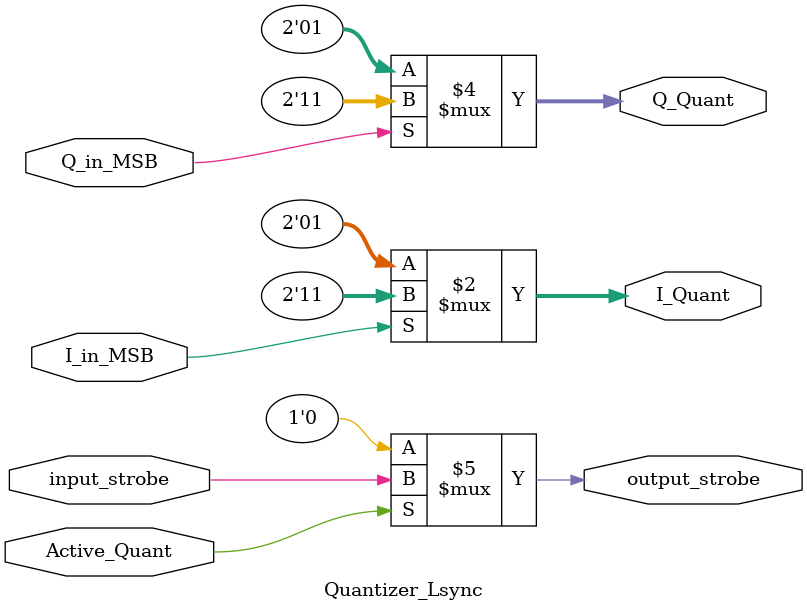
<source format=v>
module Quantizer_Lsync(
input signed  I_in_MSB, //Connect the MSB only
input signed  Q_in_MSB,
input input_strobe,
input Active_Quant,

output signed [1:0] I_Quant,
output signed [1:0] Q_Quant,
output output_strobe
);

assign I_Quant = (I_in_MSB==0) ? 2'b01 : 2'b11; //(1 for +ve, -ve -1 for -ve)
assign Q_Quant = (Q_in_MSB==0) ? 2'b01 : 2'b11;

assign output_strobe = Active_Quant ? input_strobe: 1'b0;

endmodule
</source>
